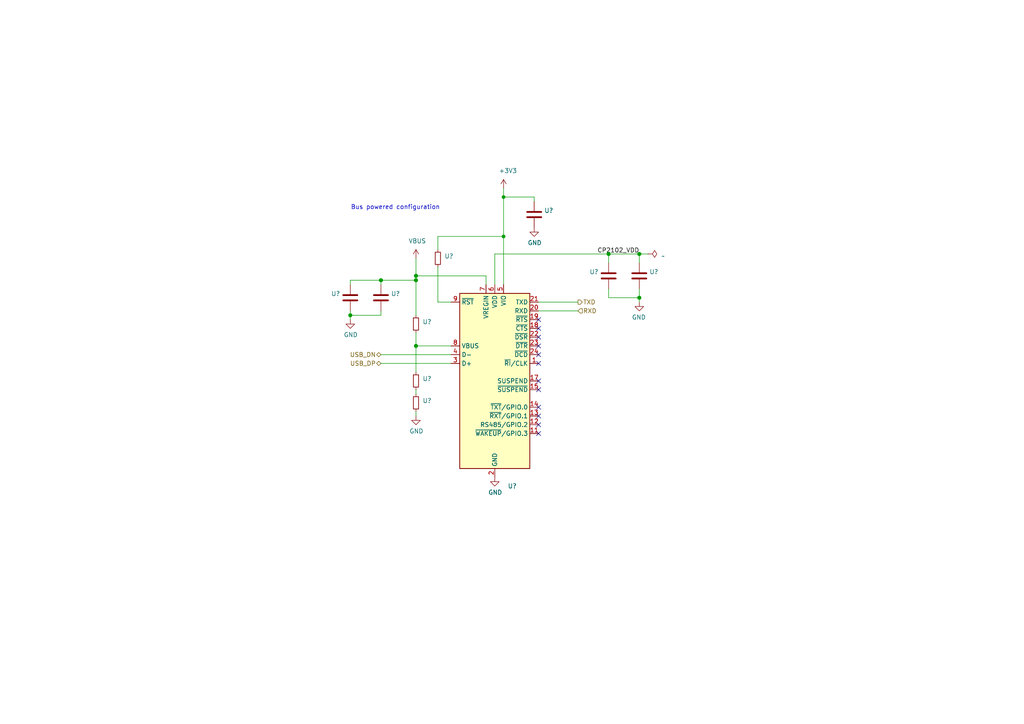
<source format=kicad_sch>
(kicad_sch (version 20220929) (generator eeschema)
  (paper "A4")
  (lib_symbols
    (symbol "Device:C" (pin_numbers hide) (pin_names (offset 0.254))
      (property "Reference" "C" (at 0.635 2.54 0))
      (property "Value" "C" (at 0.635 -2.54 0))
      (symbol "C_0_1"
        (polyline (pts (xy -2.032 -0.762) (xy 2.032 -0.762)) (stroke (width 0.508)))
        (polyline (pts (xy -2.032 0.762) (xy 2.032 0.762)) (stroke (width 0.508)))
      )
      (symbol "C_1_1"
        (pin passive line (at 0 3.81 270) (length 2.794) (name "~") (number "1"))
        (pin passive line (at 0 -3.81 90) (length 2.794) (name "~") (number "2"))
      )
    )
    (symbol "Device:R_Small" (pin_numbers hide) (pin_names (offset 0.254) hide)
      (property "Reference" "R" (at 0.762 0.508 0))
      (property "Value" "R_Small" (at 0.762 -1.016 0))
      (symbol "R_Small_0_1"
        (rectangle (start -0.762 1.778) (end 0.762 -1.778) (stroke (width 0.2032)))
      )
      (symbol "R_Small_1_1"
        (pin passive line (at 0 2.54 270) (length 0.762) (name "~") (number "1"))
        (pin passive line (at 0 -2.54 90) (length 0.762) (name "~") (number "2"))
      )
    )
    (symbol "Interface_USB:CP2102N-Axx-xQFN24"
      (property "Reference" "U" (at -8.89 26.67 0))
      (property "Value" "CP2102N-Axx-xQFN24" (at 13.97 26.67 0))
      (symbol "CP2102N-Axx-xQFN24_0_1"
        (rectangle (start -10.16 25.4) (end 10.16 -25.4) (stroke (width 0.254)) (fill (type background)))
      )
      (symbol "CP2102N-Axx-xQFN24_1_1"
        (pin bidirectional line (at 12.7 5.08 180) (length 2.54) (name "~{RI}/CLK") (number "1"))
        (pin no_connect line (at -10.16 -22.86 0) (length 2.54) hide (name "NC") (number "10"))
        (pin bidirectional line (at 12.7 -15.24 180) (length 2.54) (name "~{WAKEUP}/GPIO.3") (number "11"))
        (pin bidirectional line (at 12.7 -12.7 180) (length 2.54) (name "RS485/GPIO.2") (number "12"))
        (pin bidirectional line (at 12.7 -10.16 180) (length 2.54) (name "~{RXT}/GPIO.1") (number "13"))
        (pin bidirectional line (at 12.7 -7.62 180) (length 2.54) (name "~{TXT}/GPIO.0") (number "14"))
        (pin output line (at 12.7 -2.54 180) (length 2.54) (name "~{SUSPEND}") (number "15"))
        (pin no_connect line (at 10.16 -22.86 180) (length 2.54) hide (name "NC") (number "16"))
        (pin output line (at 12.7 0 180) (length 2.54) (name "SUSPEND") (number "17"))
        (pin input line (at 12.7 15.24 180) (length 2.54) (name "~{CTS}") (number "18"))
        (pin output line (at 12.7 17.78 180) (length 2.54) (name "~{RTS}") (number "19"))
        (pin power_in line (at 0 -27.94 90) (length 2.54) (name "GND") (number "2"))
        (pin input line (at 12.7 20.32 180) (length 2.54) (name "RXD") (number "20"))
        (pin output line (at 12.7 22.86 180) (length 2.54) (name "TXD") (number "21"))
        (pin input line (at 12.7 12.7 180) (length 2.54) (name "~{DSR}") (number "22"))
        (pin output line (at 12.7 10.16 180) (length 2.54) (name "~{DTR}") (number "23"))
        (pin input line (at 12.7 7.62 180) (length 2.54) (name "~{DCD}") (number "24"))
        (pin passive line (at 0 -27.94 90) (length 2.54) hide (name "GND") (number "25"))
        (pin bidirectional line (at -12.7 5.08 0) (length 2.54) (name "D+") (number "3"))
        (pin bidirectional line (at -12.7 7.62 0) (length 2.54) (name "D-") (number "4"))
        (pin power_in line (at 2.54 27.94 270) (length 2.54) (name "VIO") (number "5"))
        (pin power_in line (at 0 27.94 270) (length 2.54) (name "VDD") (number "6"))
        (pin power_in line (at -2.54 27.94 270) (length 2.54) (name "VREGIN") (number "7"))
        (pin input line (at -12.7 10.16 0) (length 2.54) (name "VBUS") (number "8"))
        (pin input line (at -12.7 22.86 0) (length 2.54) (name "~{RST}") (number "9"))
      )
    )
    (symbol "power:+3V3" (power) (pin_names (offset 0))
      (property "Value" "+3V3" (at 0 3.556 0))
      (symbol "+3V3_0_1"
        (polyline (pts (xy -0.762 1.27) (xy 0 2.54)))
        (polyline (pts (xy 0 0) (xy 0 2.54)))
        (polyline (pts (xy 0 2.54) (xy 0.762 1.27)))
      )
      (symbol "+3V3_1_1"
        (pin power_in line (at 0 0 90) (length 0) hide (name "+3V3") (number "1"))
      )
    )
    (symbol "power:GND" (power) (pin_names (offset 0))
      (property "Value" "GND" (at 0 -3.81 0))
      (symbol "GND_0_1"
        (polyline (pts (xy 0 0) (xy 0 -1.27) (xy 1.27 -1.27) (xy 0 -2.54) (xy -1.27 -1.27) (xy 0 -1.27)))
      )
      (symbol "GND_1_1"
        (pin power_in line (at 0 0 270) (length 0) hide (name "GND") (number "1"))
      )
    )
    (symbol "power:PWR_FLAG" (power) (pin_numbers hide) (pin_names (offset 0) hide)
      (property "Value" "PWR_FLAG" (at 0 3.81 0))
      (symbol "PWR_FLAG_0_0"
        (pin power_out line (at 0 0 90) (length 0) (name "pwr") (number "1"))
      )
      (symbol "PWR_FLAG_0_1"
        (polyline (pts (xy 0 0) (xy 0 1.27) (xy -1.016 1.905) (xy 0 2.54) (xy 1.016 1.905) (xy 0 1.27)))
      )
    )
    (symbol "power:VBUS" (power) (pin_names (offset 0))
      (property "Value" "VBUS" (at 0 3.81 0))
      (symbol "VBUS_0_1"
        (polyline (pts (xy -0.762 1.27) (xy 0 2.54)))
        (polyline (pts (xy 0 0) (xy 0 2.54)))
        (polyline (pts (xy 0 2.54) (xy 0.762 1.27)))
      )
      (symbol "VBUS_1_1"
        (pin power_in line (at 0 0 90) (length 0) hide (name "VBUS") (number "1"))
      )
    )
  )
  (junction (at 120.65 81.28) (diameter 1.016))
  (junction (at 146.05 57.15))
  (junction (at 185.42 86.36) (diameter 1.016))
  (junction (at 101.6 91.44) (diameter 1.016))
  (junction (at 146.05 68.58))
  (junction (at 120.65 100.33) (diameter 1.016))
  (junction (at 110.49 81.28) (diameter 1.016))
  (junction (at 185.42 73.66) (diameter 1.016))
  (junction (at 176.53 73.66) (diameter 1.016))
  (junction (at 120.65 80.01) (diameter 1.016))
  (no_connect (at 156.21 105.41))
  (no_connect (at 156.21 110.49))
  (no_connect (at 156.21 113.03))
  (no_connect (at 156.21 118.11))
  (no_connect (at 156.21 120.65))
  (no_connect (at 156.21 123.19))
  (no_connect (at 156.21 125.73))
  (no_connect (at 156.21 92.71))
  (no_connect (at 156.21 95.25))
  (no_connect (at 156.21 97.79))
  (no_connect (at 156.21 100.33))
  (no_connect (at 156.21 102.87))
  (wire (pts (xy 146.05 57.15) (xy 154.94 57.15)))
  (wire (pts (xy 143.51 73.66) (xy 143.51 82.55)))
  (wire (pts (xy 143.51 73.66) (xy 176.53 73.66)))
  (wire (pts (xy 110.49 105.41) (xy 130.81 105.41)))
  (wire (pts (xy 127 77.47) (xy 127 87.63)))
  (wire (pts (xy 146.05 54.61) (xy 146.05 57.15)))
  (wire (pts (xy 156.21 90.17) (xy 167.64 90.17)))
  (wire (pts (xy 130.81 87.63) (xy 127 87.63)))
  (wire (pts (xy 120.65 80.01) (xy 120.65 81.28)))
  (wire (pts (xy 120.65 81.28) (xy 120.65 91.44)))
  (wire (pts (xy 156.21 87.63) (xy 167.64 87.63)))
  (wire (pts (xy 101.6 90.17) (xy 101.6 91.44)))
  (wire (pts (xy 101.6 91.44) (xy 101.6 92.71)))
  (wire (pts (xy 110.49 81.28) (xy 120.65 81.28)))
  (wire (pts (xy 110.49 82.55) (xy 110.49 81.28)))
  (wire (pts (xy 154.94 58.42) (xy 154.94 57.15)))
  (wire (pts (xy 185.42 87.63) (xy 185.42 86.36)))
  (wire (pts (xy 120.65 80.01) (xy 120.65 74.93)))
  (wire (pts (xy 140.97 80.01) (xy 120.65 80.01)))
  (wire (pts (xy 140.97 82.55) (xy 140.97 80.01)))
  (wire (pts (xy 120.65 119.38) (xy 120.65 120.65)))
  (wire (pts (xy 185.42 73.66) (xy 176.53 73.66)))
  (wire (pts (xy 185.42 86.36) (xy 185.42 83.82)))
  (wire (pts (xy 176.53 73.66) (xy 176.53 76.2)))
  (wire (pts (xy 185.42 86.36) (xy 176.53 86.36)))
  (wire (pts (xy 146.05 57.15) (xy 146.05 68.58)))
  (wire (pts (xy 101.6 81.28) (xy 110.49 81.28)))
  (wire (pts (xy 101.6 82.55) (xy 101.6 81.28)))
  (wire (pts (xy 146.05 68.58) (xy 146.05 82.55)))
  (wire (pts (xy 127 68.58) (xy 146.05 68.58)))
  (wire (pts (xy 127 72.39) (xy 127 68.58)))
  (wire (pts (xy 185.42 73.66) (xy 187.96 73.66)))
  (wire (pts (xy 110.49 102.87) (xy 130.81 102.87)))
  (wire (pts (xy 120.65 107.95) (xy 120.65 100.33)))
  (wire (pts (xy 120.65 96.52) (xy 120.65 100.33)))
  (wire (pts (xy 120.65 100.33) (xy 130.81 100.33)))
  (wire (pts (xy 176.53 86.36) (xy 176.53 83.82)))
  (wire (pts (xy 120.65 113.03) (xy 120.65 114.3)))
  (wire (pts (xy 185.42 73.66) (xy 185.42 76.2)))
  (wire (pts (xy 110.49 90.17) (xy 110.49 91.44)))
  (wire (pts (xy 110.49 91.44) (xy 101.6 91.44)))
  (text "Bus powered configuration" (at 127.635 60.96 0) (effects (font (size 1.27 1.27)) (justify right bottom)))
  (label "CP2102_VDD" (at 185.42 73.66 180))
  (hierarchical_label "USB_DP" (shape bidirectional) (at 110.49 105.41 180))
  (hierarchical_label "RXD" (shape input) (at 167.64 90.17 0))
  (hierarchical_label "USB_DN" (shape bidirectional) (at 110.49 102.87 180))
  (hierarchical_label "TXD" (shape output) (at 167.64 87.63 0))
  (symbol (lib_id "Device:R_Small") (at 127 74.93 0) (unit 1)
    (default_instance (reference "") (unit 1) (value "") (footprint ""))
  )
  (symbol (lib_id "Device:C") (at 154.94 62.23 0) (unit 1)
    (default_instance (reference "") (unit 1) (value "") (footprint ""))
  )
  (symbol (lib_id "power:PWR_FLAG") (at 187.96 73.66 270) (unit 1)
    (default_instance (reference "") (unit 1) (value "") (footprint ""))
  )
  (symbol (lib_id "power:GND") (at 101.6 92.71 0) (unit 1)
    (default_instance (reference "") (unit 1) (value "") (footprint ""))
  )
  (symbol (lib_id "Device:C") (at 101.6 86.36 0) (mirror y) (unit 1)
    (default_instance (reference "") (unit 1) (value "") (footprint ""))
  )
  (symbol (lib_id "power:GND") (at 154.94 66.04 0) (unit 1)
    (default_instance (reference "") (unit 1) (value "") (footprint ""))
  )
  (symbol (lib_id "Device:C") (at 176.53 80.01 0) (mirror y) (unit 1)
    (default_instance (reference "") (unit 1) (value "") (footprint ""))
  )
  (symbol (lib_id "power:GND") (at 120.65 120.65 0) (unit 1)
    (default_instance (reference "") (unit 1) (value "") (footprint ""))
  )
  (symbol (lib_id "Device:R_Small") (at 120.65 110.49 0) (unit 1)
    (default_instance (reference "") (unit 1) (value "") (footprint ""))
  )
  (symbol (lib_id "Device:R_Small") (at 120.65 93.98 0) (unit 1)
    (default_instance (reference "") (unit 1) (value "") (footprint ""))
  )
  (symbol (lib_id "power:GND") (at 185.42 87.63 0) (mirror y) (unit 1)
    (default_instance (reference "") (unit 1) (value "") (footprint ""))
  )
  (symbol (lib_id "power:GND") (at 143.51 138.43 0) (unit 1)
    (default_instance (reference "") (unit 1) (value "") (footprint ""))
  )
  (symbol (lib_id "Device:C") (at 110.49 86.36 0) (unit 1)
    (default_instance (reference "") (unit 1) (value "") (footprint ""))
  )
  (symbol (lib_id "Device:R_Small") (at 120.65 116.84 0) (unit 1)
    (default_instance (reference "") (unit 1) (value "") (footprint ""))
  )
  (symbol (lib_id "power:+3V3") (at 146.05 54.61 0) (unit 1)
    (default_instance (reference "") (unit 1) (value "") (footprint ""))
  )
  (symbol (lib_id "Interface_USB:CP2102N-Axx-xQFN24") (at 143.51 110.49 0) (unit 1)
    (default_instance (reference "") (unit 1) (value "") (footprint ""))
    (property "Datasheet" "https://www.silabs.com/documents/public/data-sheets/cp2102n-datasheet.pdf" (effects hide))
  )
  (symbol (lib_id "Device:C") (at 185.42 80.01 0) (unit 1)
    (default_instance (reference "") (unit 1) (value "") (footprint ""))
  )
  (symbol (lib_id "power:VBUS") (at 120.65 74.93 0) (unit 1)
    (default_instance (reference "") (unit 1) (value "") (footprint ""))
  )
)
</source>
